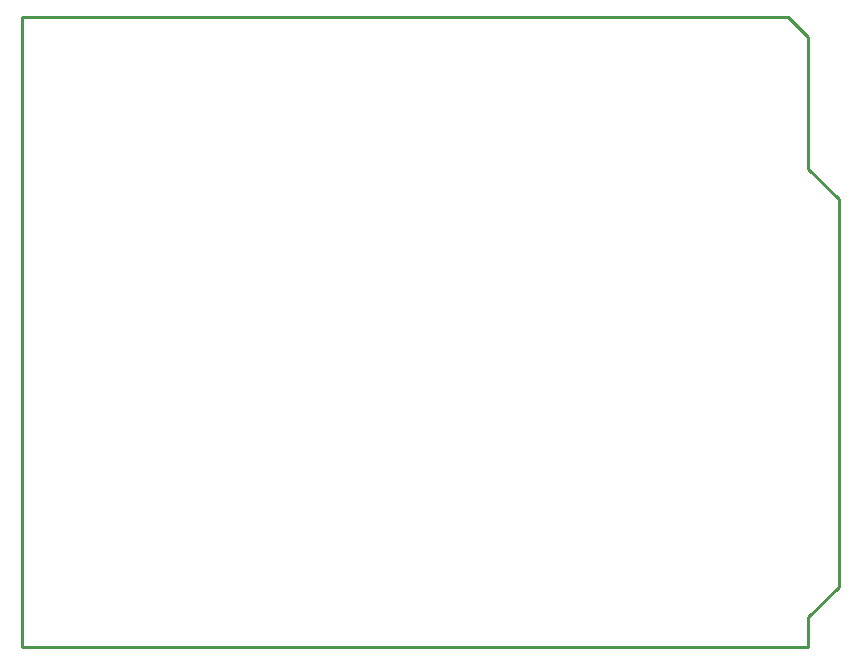
<source format=gbr>
G04 EAGLE Gerber RS-274X export*
G75*
%MOMM*%
%FSLAX34Y34*%
%LPD*%
%IN*%
%IPPOS*%
%AMOC8*
5,1,8,0,0,1.08239X$1,22.5*%
G01*
%ADD10C,0.254000*%


D10*
X0Y0D02*
X665581Y0D01*
X665581Y24943D01*
X691613Y50489D01*
X691613Y379421D01*
X665581Y404821D01*
X665581Y516276D01*
X648309Y533400D01*
X0Y533400D01*
X0Y0D01*
M02*

</source>
